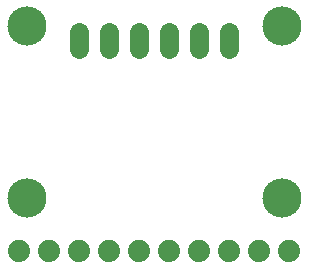
<source format=gbr>
G04 EAGLE Gerber RS-274X export*
G75*
%MOMM*%
%FSLAX34Y34*%
%LPD*%
%INSoldermask Bottom*%
%IPPOS*%
%AMOC8*
5,1,8,0,0,1.08239X$1,22.5*%
G01*
%ADD10C,3.317600*%
%ADD11C,1.879600*%
%ADD12C,1.609600*%


D10*
X25400Y215900D03*
X241300Y215900D03*
D11*
X19050Y25400D03*
X44450Y25400D03*
X69850Y25400D03*
X95250Y25400D03*
X120650Y25400D03*
X146050Y25400D03*
X171450Y25400D03*
X196850Y25400D03*
X222250Y25400D03*
X247650Y25400D03*
D12*
X196850Y195660D02*
X196850Y210740D01*
X171450Y210740D02*
X171450Y195660D01*
X146050Y195660D02*
X146050Y210740D01*
X120650Y210740D02*
X120650Y195660D01*
X95250Y195660D02*
X95250Y210740D01*
X69850Y210740D02*
X69850Y195660D01*
D10*
X25400Y69850D03*
X241300Y69850D03*
M02*

</source>
